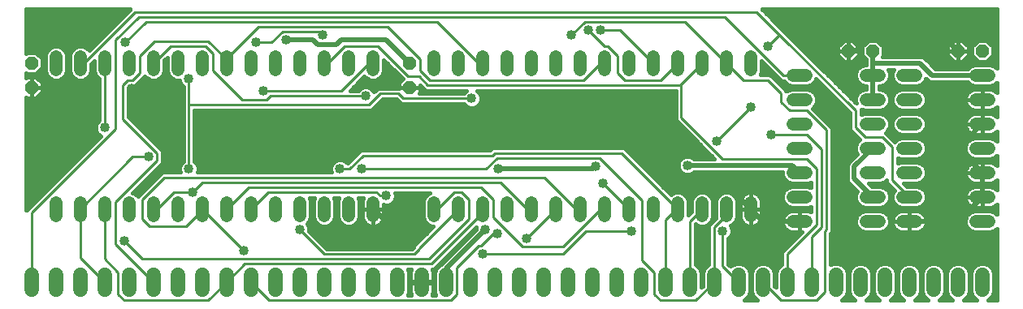
<source format=gbl>
G75*
%MOIN*%
%OFA0B0*%
%FSLAX24Y24*%
%IPPOS*%
%LPD*%
%AMOC8*
5,1,8,0,0,1.08239X$1,22.5*
%
%ADD10C,0.0520*%
%ADD11C,0.0600*%
%ADD12OC8,0.0520*%
%ADD13C,0.0200*%
%ADD14C,0.0400*%
%ADD15C,0.0160*%
%ADD16C,0.0100*%
D10*
X001680Y003920D02*
X001680Y004440D01*
X002680Y004440D02*
X002680Y003920D01*
X003680Y003920D02*
X003680Y004440D01*
X004680Y004440D02*
X004680Y003920D01*
X005680Y003920D02*
X005680Y004440D01*
X006680Y004440D02*
X006680Y003920D01*
X007680Y003920D02*
X007680Y004440D01*
X008680Y004440D02*
X008680Y003920D01*
X009680Y003920D02*
X009680Y004440D01*
X010680Y004440D02*
X010680Y003920D01*
X011680Y003920D02*
X011680Y004440D01*
X012680Y004440D02*
X012680Y003920D01*
X013680Y003920D02*
X013680Y004440D01*
X014680Y004440D02*
X014680Y003920D01*
X017180Y003920D02*
X017180Y004440D01*
X018180Y004440D02*
X018180Y003920D01*
X019180Y003920D02*
X019180Y004440D01*
X020180Y004440D02*
X020180Y003920D01*
X021180Y003920D02*
X021180Y004440D01*
X022180Y004440D02*
X022180Y003920D01*
X023180Y003920D02*
X023180Y004440D01*
X024180Y004440D02*
X024180Y003920D01*
X025180Y003920D02*
X025180Y004440D01*
X026180Y004440D02*
X026180Y003920D01*
X027180Y003920D02*
X027180Y004440D01*
X028180Y004440D02*
X028180Y003920D01*
X029180Y003920D02*
X029180Y004440D01*
X030180Y004440D02*
X030180Y003920D01*
X031920Y003680D02*
X032440Y003680D01*
X034920Y003680D02*
X035440Y003680D01*
X036420Y003680D02*
X036940Y003680D01*
X039420Y003680D02*
X039940Y003680D01*
X039940Y004680D02*
X039420Y004680D01*
X036940Y004680D02*
X036420Y004680D01*
X035440Y004680D02*
X034920Y004680D01*
X032440Y004680D02*
X031920Y004680D01*
X031920Y005680D02*
X032440Y005680D01*
X034920Y005680D02*
X035440Y005680D01*
X036420Y005680D02*
X036940Y005680D01*
X039420Y005680D02*
X039940Y005680D01*
X039940Y006680D02*
X039420Y006680D01*
X036940Y006680D02*
X036420Y006680D01*
X035440Y006680D02*
X034920Y006680D01*
X032440Y006680D02*
X031920Y006680D01*
X031920Y007680D02*
X032440Y007680D01*
X034920Y007680D02*
X035440Y007680D01*
X036420Y007680D02*
X036940Y007680D01*
X039420Y007680D02*
X039940Y007680D01*
X039940Y008680D02*
X039420Y008680D01*
X036940Y008680D02*
X036420Y008680D01*
X035440Y008680D02*
X034920Y008680D01*
X032440Y008680D02*
X031920Y008680D01*
X031920Y009680D02*
X032440Y009680D01*
X030180Y009920D02*
X030180Y010440D01*
X029180Y010440D02*
X029180Y009920D01*
X028180Y009920D02*
X028180Y010440D01*
X027180Y010440D02*
X027180Y009920D01*
X026180Y009920D02*
X026180Y010440D01*
X025180Y010440D02*
X025180Y009920D01*
X024180Y009920D02*
X024180Y010440D01*
X023180Y010440D02*
X023180Y009920D01*
X022180Y009920D02*
X022180Y010440D01*
X021180Y010440D02*
X021180Y009920D01*
X020180Y009920D02*
X020180Y010440D01*
X019180Y010440D02*
X019180Y009920D01*
X018180Y009920D02*
X018180Y010440D01*
X017180Y010440D02*
X017180Y009920D01*
X014680Y009920D02*
X014680Y010440D01*
X013680Y010440D02*
X013680Y009920D01*
X012680Y009920D02*
X012680Y010440D01*
X011680Y010440D02*
X011680Y009920D01*
X010680Y009920D02*
X010680Y010440D01*
X009680Y010440D02*
X009680Y009920D01*
X008680Y009920D02*
X008680Y010440D01*
X007680Y010440D02*
X007680Y009920D01*
X006680Y009920D02*
X006680Y010440D01*
X005680Y010440D02*
X005680Y009920D01*
X004680Y009920D02*
X004680Y010440D01*
X003680Y010440D02*
X003680Y009920D01*
X002680Y009920D02*
X002680Y010440D01*
X001680Y010440D02*
X001680Y009920D01*
X034920Y009680D02*
X035440Y009680D01*
X036420Y009680D02*
X036940Y009680D01*
X039420Y009680D02*
X039940Y009680D01*
D11*
X000680Y001480D02*
X000680Y000880D01*
X001680Y000880D02*
X001680Y001480D01*
X002680Y001480D02*
X002680Y000880D01*
X003680Y000880D02*
X003680Y001480D01*
X004680Y001480D02*
X004680Y000880D01*
X005680Y000880D02*
X005680Y001480D01*
X006680Y001480D02*
X006680Y000880D01*
X007680Y000880D02*
X007680Y001480D01*
X008680Y001480D02*
X008680Y000880D01*
X009680Y000880D02*
X009680Y001480D01*
X010680Y001480D02*
X010680Y000880D01*
X011680Y000880D02*
X011680Y001480D01*
X012680Y001480D02*
X012680Y000880D01*
X013680Y000880D02*
X013680Y001480D01*
X014680Y001480D02*
X014680Y000880D01*
X015680Y000880D02*
X015680Y001480D01*
X016680Y001480D02*
X016680Y000880D01*
X017680Y000880D02*
X017680Y001480D01*
X018680Y001480D02*
X018680Y000880D01*
X019680Y000880D02*
X019680Y001480D01*
X020680Y001480D02*
X020680Y000880D01*
X021680Y000880D02*
X021680Y001480D01*
X022680Y001480D02*
X022680Y000880D01*
X023680Y000880D02*
X023680Y001480D01*
X024680Y001480D02*
X024680Y000880D01*
X025680Y000880D02*
X025680Y001480D01*
X026680Y001480D02*
X026680Y000880D01*
X027680Y000880D02*
X027680Y001480D01*
X028680Y001480D02*
X028680Y000880D01*
X029680Y000880D02*
X029680Y001480D01*
X030680Y001480D02*
X030680Y000880D01*
X031680Y000880D02*
X031680Y001480D01*
X032680Y001480D02*
X032680Y000880D01*
X033680Y000880D02*
X033680Y001480D01*
X034680Y001480D02*
X034680Y000880D01*
X035680Y000880D02*
X035680Y001480D01*
X036680Y001480D02*
X036680Y000880D01*
X037680Y000880D02*
X037680Y001480D01*
X038680Y001480D02*
X038680Y000880D01*
X039680Y000880D02*
X039680Y001480D01*
D12*
X016180Y009180D03*
X016180Y010180D03*
X000680Y010180D03*
X000680Y009180D03*
X034180Y010680D03*
X035180Y010680D03*
X038680Y010680D03*
X039680Y010680D03*
D13*
X038680Y010680D02*
X038180Y011180D01*
X034980Y011180D01*
X034480Y010680D01*
X034180Y010680D01*
X035180Y010680D02*
X035180Y010180D01*
X037130Y010180D01*
X037630Y009680D01*
X039680Y009680D01*
X035180Y009680D02*
X035180Y008680D01*
X035180Y009680D02*
X035180Y010180D01*
X038930Y006930D02*
X039680Y007680D01*
X038930Y006930D02*
X038930Y006430D01*
X039680Y005680D01*
X039680Y004680D01*
X038680Y003680D01*
X036680Y003680D01*
X035180Y004680D02*
X034430Y005430D01*
X034430Y005930D01*
X035180Y006680D01*
X032180Y005680D02*
X031880Y005980D01*
X027580Y005980D01*
X028780Y005580D02*
X026180Y005580D01*
X024430Y007330D01*
X015630Y007330D01*
X015580Y007380D01*
X014930Y006730D01*
X015580Y007380D02*
X015580Y008580D01*
X016180Y010180D02*
X015230Y011130D01*
X013380Y011130D01*
X013180Y010930D01*
X012430Y010930D01*
X012230Y011130D01*
X011130Y011130D01*
X006780Y009130D02*
X004780Y009130D01*
X019830Y005830D02*
X023730Y005830D01*
X023830Y005930D01*
X028780Y005580D02*
X030180Y004180D01*
X030680Y003680D01*
X032180Y003680D01*
X019280Y003330D02*
X017680Y001730D01*
X017680Y001180D01*
X016230Y002680D02*
X014730Y004180D01*
X014680Y004180D01*
D14*
X015230Y004730D03*
X014230Y005830D03*
X013330Y005830D03*
X014930Y006730D03*
X019830Y005830D03*
X023830Y005930D03*
X024130Y005230D03*
X027580Y005980D03*
X028780Y006980D03*
X031030Y007230D03*
X030180Y008380D03*
X030880Y010880D03*
X024030Y011530D03*
X023530Y011530D03*
X022830Y011330D03*
X014380Y008830D03*
X015580Y008580D03*
X018730Y008730D03*
X011130Y011130D03*
X009880Y011030D03*
X012630Y011330D03*
X007130Y009530D03*
X006780Y009130D03*
X004780Y009130D03*
X003680Y007530D03*
X005480Y006330D03*
X007130Y005830D03*
X007280Y004880D03*
X011680Y003330D03*
X009380Y002480D03*
X004480Y002880D03*
X016230Y002680D03*
X019180Y002330D03*
X020980Y002980D03*
X019780Y003180D03*
X019280Y003330D03*
X025280Y003280D03*
X029030Y003280D03*
X010180Y009030D03*
X004530Y011030D03*
D15*
X003758Y011434D02*
X000460Y011434D01*
X000460Y011275D02*
X003600Y011275D01*
X003441Y011117D02*
X000460Y011117D01*
X000460Y010958D02*
X003283Y010958D01*
X003033Y010709D02*
X002929Y010813D01*
X002768Y010880D01*
X002592Y010880D01*
X002431Y010813D01*
X002307Y010689D01*
X002240Y010528D01*
X002240Y009832D01*
X002307Y009671D01*
X002431Y009547D01*
X002592Y009480D01*
X002768Y009480D01*
X002929Y009547D01*
X003053Y009671D01*
X003120Y009832D01*
X003120Y010145D01*
X003240Y010265D01*
X003240Y009832D01*
X003307Y009671D01*
X003431Y009547D01*
X003450Y009539D01*
X003450Y007837D01*
X003358Y007745D01*
X003300Y007606D01*
X003300Y007454D01*
X003358Y007315D01*
X003465Y007208D01*
X003513Y007188D01*
X000585Y004260D01*
X000460Y004135D01*
X000460Y008778D01*
X000498Y008740D01*
X000680Y008740D01*
X000862Y008740D01*
X001120Y008998D01*
X001120Y009180D01*
X001120Y009362D01*
X000862Y009620D01*
X000680Y009620D01*
X000680Y009180D01*
X000680Y009180D01*
X001120Y009180D01*
X000680Y009180D01*
X000680Y009180D01*
X000680Y009620D01*
X000498Y009620D01*
X000460Y009582D01*
X000460Y009778D01*
X000498Y009740D01*
X000862Y009740D01*
X001120Y009998D01*
X001120Y010362D01*
X000862Y010620D01*
X000498Y010620D01*
X000460Y010582D01*
X000460Y012396D01*
X004721Y012396D01*
X004700Y012375D01*
X003033Y010709D01*
X002943Y010800D02*
X003124Y010800D01*
X002417Y010800D02*
X001943Y010800D01*
X001929Y010813D02*
X001768Y010880D01*
X001592Y010880D01*
X001431Y010813D01*
X001307Y010689D01*
X001240Y010528D01*
X001240Y009832D01*
X001307Y009671D01*
X001431Y009547D01*
X001592Y009480D01*
X001768Y009480D01*
X001929Y009547D01*
X002053Y009671D01*
X002120Y009832D01*
X002120Y010528D01*
X002053Y010689D01*
X001929Y010813D01*
X001417Y010800D02*
X000460Y010800D01*
X000460Y010641D02*
X001287Y010641D01*
X001240Y010483D02*
X001000Y010483D01*
X001120Y010324D02*
X001240Y010324D01*
X001240Y010166D02*
X001120Y010166D01*
X001120Y010007D02*
X001240Y010007D01*
X001240Y009849D02*
X000971Y009849D01*
X001299Y009690D02*
X000460Y009690D01*
X000680Y009532D02*
X000680Y009532D01*
X000951Y009532D02*
X001468Y009532D01*
X001892Y009532D02*
X002468Y009532D01*
X002299Y009690D02*
X002061Y009690D01*
X002120Y009849D02*
X002240Y009849D01*
X002240Y010007D02*
X002120Y010007D01*
X002120Y010166D02*
X002240Y010166D01*
X002240Y010324D02*
X002120Y010324D01*
X002120Y010483D02*
X002240Y010483D01*
X002287Y010641D02*
X002073Y010641D01*
X003141Y010166D02*
X003240Y010166D01*
X003240Y010007D02*
X003120Y010007D01*
X003120Y009849D02*
X003240Y009849D01*
X003299Y009690D02*
X003061Y009690D01*
X002892Y009532D02*
X003450Y009532D01*
X003450Y009373D02*
X001109Y009373D01*
X001120Y009215D02*
X003450Y009215D01*
X003450Y009056D02*
X001120Y009056D01*
X001020Y008898D02*
X003450Y008898D01*
X003450Y008739D02*
X000460Y008739D01*
X000460Y008581D02*
X003450Y008581D01*
X003450Y008422D02*
X000460Y008422D01*
X000460Y008264D02*
X003450Y008264D01*
X003450Y008105D02*
X000460Y008105D01*
X000460Y007947D02*
X003450Y007947D01*
X003401Y007788D02*
X000460Y007788D01*
X000460Y007630D02*
X003310Y007630D01*
X003300Y007471D02*
X000460Y007471D01*
X000460Y007313D02*
X003360Y007313D01*
X003479Y007154D02*
X000460Y007154D01*
X000460Y006996D02*
X003320Y006996D01*
X003162Y006837D02*
X000460Y006837D01*
X000460Y006679D02*
X003003Y006679D01*
X002845Y006520D02*
X000460Y006520D01*
X000460Y006362D02*
X002686Y006362D01*
X002528Y006203D02*
X000460Y006203D01*
X000460Y006045D02*
X002369Y006045D01*
X002211Y005886D02*
X000460Y005886D01*
X000460Y005728D02*
X002052Y005728D01*
X001894Y005569D02*
X000460Y005569D01*
X000460Y005411D02*
X001735Y005411D01*
X001577Y005252D02*
X000460Y005252D01*
X000460Y005094D02*
X001418Y005094D01*
X001260Y004935D02*
X000460Y004935D01*
X000460Y004777D02*
X001101Y004777D01*
X000943Y004618D02*
X000460Y004618D01*
X000460Y004460D02*
X000784Y004460D01*
X000626Y004301D02*
X000460Y004301D01*
X000460Y004143D02*
X000467Y004143D01*
X004830Y004854D02*
X006060Y006085D01*
X006060Y006575D01*
X005925Y006710D01*
X004660Y007975D01*
X004660Y009185D01*
X004725Y009250D01*
X004925Y009250D01*
X005060Y009385D01*
X005327Y009651D01*
X005431Y009547D01*
X005592Y009480D01*
X005768Y009480D01*
X005929Y009547D01*
X006053Y009671D01*
X006120Y009832D01*
X006120Y010295D01*
X006240Y010415D01*
X006240Y009832D01*
X006307Y009671D01*
X006431Y009547D01*
X006592Y009480D01*
X006750Y009480D01*
X006750Y009454D01*
X006808Y009315D01*
X006900Y009223D01*
X006900Y006137D01*
X006808Y006045D01*
X006750Y005906D01*
X006750Y005754D01*
X006768Y005710D01*
X006035Y005710D01*
X005135Y004810D01*
X005033Y004709D01*
X004929Y004813D01*
X004830Y004854D01*
X004910Y004935D02*
X005260Y004935D01*
X005418Y005094D02*
X005069Y005094D01*
X005227Y005252D02*
X005577Y005252D01*
X005735Y005411D02*
X005386Y005411D01*
X005544Y005569D02*
X005894Y005569D01*
X005703Y005728D02*
X006761Y005728D01*
X006750Y005886D02*
X005861Y005886D01*
X006020Y006045D02*
X006808Y006045D01*
X006900Y006203D02*
X006060Y006203D01*
X006060Y006362D02*
X006900Y006362D01*
X006900Y006520D02*
X006060Y006520D01*
X005957Y006679D02*
X006900Y006679D01*
X006900Y006837D02*
X005798Y006837D01*
X005640Y006996D02*
X006900Y006996D01*
X006900Y007154D02*
X005481Y007154D01*
X005323Y007313D02*
X006900Y007313D01*
X006900Y007471D02*
X005164Y007471D01*
X005006Y007630D02*
X006900Y007630D01*
X006900Y007788D02*
X004847Y007788D01*
X004689Y007947D02*
X006900Y007947D01*
X006900Y008105D02*
X004660Y008105D01*
X004660Y008264D02*
X006900Y008264D01*
X006900Y008422D02*
X004660Y008422D01*
X004660Y008581D02*
X006900Y008581D01*
X006900Y008739D02*
X004660Y008739D01*
X004660Y008898D02*
X006900Y008898D01*
X006900Y009056D02*
X004660Y009056D01*
X004690Y009215D02*
X006900Y009215D01*
X006784Y009373D02*
X005048Y009373D01*
X005207Y009532D02*
X005468Y009532D01*
X005892Y009532D02*
X006468Y009532D01*
X006299Y009690D02*
X006061Y009690D01*
X006120Y009849D02*
X006240Y009849D01*
X006240Y010007D02*
X006120Y010007D01*
X006120Y010166D02*
X006240Y010166D01*
X006240Y010324D02*
X006149Y010324D01*
X003917Y011592D02*
X000460Y011592D01*
X000460Y011751D02*
X004075Y011751D01*
X004234Y011909D02*
X000460Y011909D01*
X000460Y012068D02*
X004392Y012068D01*
X004551Y012226D02*
X000460Y012226D01*
X000460Y012385D02*
X004709Y012385D01*
X014207Y009532D02*
X014468Y009532D01*
X014431Y009547D02*
X014592Y009480D01*
X014768Y009480D01*
X014929Y009547D01*
X015053Y009671D01*
X015120Y009832D01*
X015120Y010315D01*
X015900Y009535D01*
X015906Y009528D01*
X015740Y009362D01*
X015740Y009180D01*
X016180Y009180D01*
X016620Y009180D01*
X016620Y009265D01*
X016700Y009185D01*
X016835Y009050D01*
X018513Y009050D01*
X018423Y008960D01*
X016582Y008960D01*
X016620Y008998D01*
X016620Y009180D01*
X016180Y009180D01*
X016180Y009180D01*
X016180Y009180D01*
X015740Y009180D01*
X015740Y009160D01*
X014885Y009160D01*
X014722Y008997D01*
X014702Y009045D01*
X014595Y009152D01*
X014456Y009210D01*
X014304Y009210D01*
X014165Y009152D01*
X014073Y009060D01*
X013735Y009060D01*
X014327Y009651D01*
X014431Y009547D01*
X014892Y009532D02*
X015903Y009532D01*
X015745Y009690D02*
X015061Y009690D01*
X015120Y009849D02*
X015586Y009849D01*
X015428Y010007D02*
X015120Y010007D01*
X015120Y010166D02*
X015269Y010166D01*
X015751Y009373D02*
X014048Y009373D01*
X013890Y009215D02*
X015740Y009215D01*
X016620Y009215D02*
X016670Y009215D01*
X016620Y009056D02*
X016829Y009056D01*
X015835Y008500D02*
X015635Y008700D01*
X015075Y008700D01*
X014760Y008385D01*
X014625Y008250D01*
X007360Y008250D01*
X007360Y006137D01*
X007452Y006045D01*
X007510Y005906D01*
X007510Y005754D01*
X007492Y005710D01*
X012968Y005710D01*
X012950Y005754D01*
X012950Y005906D01*
X013008Y006045D01*
X013115Y006152D01*
X013254Y006210D01*
X013406Y006210D01*
X013545Y006152D01*
X013636Y006061D01*
X014050Y006475D01*
X014050Y006475D01*
X014185Y006610D01*
X019485Y006610D01*
X019585Y006710D01*
X024975Y006710D01*
X026902Y004784D01*
X026931Y004813D01*
X027092Y004880D01*
X027268Y004880D01*
X027429Y004813D01*
X027553Y004689D01*
X027620Y004528D01*
X027620Y003945D01*
X027740Y004065D01*
X027740Y004528D01*
X027807Y004689D01*
X027931Y004813D01*
X028092Y004880D01*
X028268Y004880D01*
X028429Y004813D01*
X028553Y004689D01*
X028620Y004528D01*
X028620Y003832D01*
X028553Y003671D01*
X028429Y003547D01*
X028268Y003480D01*
X028092Y003480D01*
X027931Y003547D01*
X027910Y003568D01*
X027910Y001904D01*
X027952Y001887D01*
X028087Y001752D01*
X028160Y001575D01*
X028160Y000985D01*
X028200Y001025D01*
X028200Y001575D01*
X028273Y001752D01*
X028408Y001887D01*
X028450Y001904D01*
X028450Y003525D01*
X028585Y003660D01*
X028745Y003820D01*
X028740Y003832D01*
X028740Y004528D01*
X028807Y004689D01*
X028931Y004813D01*
X029092Y004880D01*
X029268Y004880D01*
X029429Y004813D01*
X029553Y004689D01*
X029620Y004528D01*
X029620Y003832D01*
X029553Y003671D01*
X029429Y003547D01*
X029338Y003509D01*
X029352Y003495D01*
X029410Y003356D01*
X029410Y003204D01*
X029352Y003065D01*
X029260Y002973D01*
X029260Y001925D01*
X029353Y001832D01*
X029408Y001887D01*
X029585Y001960D01*
X029775Y001960D01*
X029952Y001887D01*
X030087Y001752D01*
X030160Y001575D01*
X030160Y000785D01*
X030087Y000608D01*
X029952Y000473D01*
X029920Y000460D01*
X030440Y000460D01*
X030408Y000473D01*
X030273Y000608D01*
X030200Y000785D01*
X030200Y001575D01*
X030273Y001752D01*
X030408Y001887D01*
X030585Y001960D01*
X030775Y001960D01*
X030952Y001887D01*
X031087Y001752D01*
X031160Y001575D01*
X031160Y001025D01*
X031200Y000985D01*
X031200Y001575D01*
X031273Y001752D01*
X031408Y001887D01*
X031450Y001904D01*
X031450Y002425D01*
X032265Y003240D01*
X032180Y003240D01*
X032180Y003680D01*
X032180Y003680D01*
X032180Y004120D01*
X032475Y004120D01*
X032543Y004109D01*
X032609Y004088D01*
X032650Y004067D01*
X032650Y004291D01*
X032528Y004240D01*
X031832Y004240D01*
X031671Y004307D01*
X031547Y004431D01*
X031480Y004592D01*
X031480Y004768D01*
X031547Y004929D01*
X031671Y005053D01*
X031832Y005120D01*
X032528Y005120D01*
X032650Y005069D01*
X032650Y005291D01*
X032528Y005240D01*
X031832Y005240D01*
X031671Y005307D01*
X031547Y005431D01*
X031480Y005592D01*
X031480Y005700D01*
X027837Y005700D01*
X027795Y005658D01*
X027656Y005600D01*
X027504Y005600D01*
X027365Y005658D01*
X027258Y005765D01*
X027200Y005904D01*
X027200Y006056D01*
X027258Y006195D01*
X027365Y006302D01*
X027504Y006360D01*
X027656Y006360D01*
X027795Y006302D01*
X027837Y006260D01*
X028675Y006260D01*
X027235Y007700D01*
X027100Y007835D01*
X027100Y009050D01*
X018947Y009050D01*
X019052Y008945D01*
X019110Y008806D01*
X019110Y008654D01*
X019052Y008515D01*
X018945Y008408D01*
X018806Y008350D01*
X018654Y008350D01*
X018515Y008408D01*
X018423Y008500D01*
X015835Y008500D01*
X015754Y008581D02*
X014956Y008581D01*
X014797Y008422D02*
X018501Y008422D01*
X018959Y008422D02*
X027100Y008422D01*
X027100Y008264D02*
X014639Y008264D01*
X014691Y009056D02*
X014781Y009056D01*
X019072Y008898D02*
X027100Y008898D01*
X027100Y008739D02*
X019110Y008739D01*
X019079Y008581D02*
X027100Y008581D01*
X027100Y008105D02*
X007360Y008105D01*
X007360Y007947D02*
X027100Y007947D01*
X027147Y007788D02*
X007360Y007788D01*
X007360Y007630D02*
X027305Y007630D01*
X027464Y007471D02*
X007360Y007471D01*
X007360Y007313D02*
X027622Y007313D01*
X027781Y007154D02*
X007360Y007154D01*
X007360Y006996D02*
X027939Y006996D01*
X028098Y006837D02*
X007360Y006837D01*
X007360Y006679D02*
X019553Y006679D01*
X014095Y006520D02*
X007360Y006520D01*
X007360Y006362D02*
X013936Y006362D01*
X013778Y006203D02*
X013422Y006203D01*
X013238Y006203D02*
X007360Y006203D01*
X007452Y006045D02*
X013008Y006045D01*
X012950Y005886D02*
X007510Y005886D01*
X007499Y005728D02*
X012961Y005728D01*
X015592Y004850D02*
X017020Y004850D01*
X016931Y004813D01*
X016807Y004689D01*
X016740Y004528D01*
X016740Y003832D01*
X016807Y003671D01*
X016931Y003547D01*
X017092Y003480D01*
X017155Y003480D01*
X016485Y002810D01*
X016350Y002675D01*
X016350Y002625D01*
X016285Y002560D01*
X012775Y002560D01*
X012060Y003275D01*
X012060Y003406D01*
X012002Y003545D01*
X011965Y003583D01*
X012053Y003671D01*
X012120Y003832D01*
X012120Y004528D01*
X012069Y004650D01*
X012291Y004650D01*
X012240Y004528D01*
X012240Y003832D01*
X012307Y003671D01*
X012431Y003547D01*
X012592Y003480D01*
X012768Y003480D01*
X012929Y003547D01*
X013053Y003671D01*
X013120Y003832D01*
X013120Y004528D01*
X013069Y004650D01*
X013291Y004650D01*
X013240Y004528D01*
X013240Y003832D01*
X013307Y003671D01*
X013431Y003547D01*
X013592Y003480D01*
X013768Y003480D01*
X013929Y003547D01*
X014053Y003671D01*
X014120Y003832D01*
X014120Y004528D01*
X014069Y004650D01*
X014293Y004650D01*
X014272Y004609D01*
X014251Y004543D01*
X014240Y004475D01*
X014240Y004180D01*
X014680Y004180D01*
X015120Y004180D01*
X015120Y004364D01*
X015154Y004350D01*
X015306Y004350D01*
X015445Y004408D01*
X015552Y004515D01*
X015610Y004654D01*
X015610Y004806D01*
X015592Y004850D01*
X015610Y004777D02*
X016894Y004777D01*
X016777Y004618D02*
X015595Y004618D01*
X015497Y004460D02*
X016740Y004460D01*
X016740Y004301D02*
X015120Y004301D01*
X015120Y004180D02*
X014680Y004180D01*
X014680Y004180D01*
X014680Y003480D01*
X014715Y003480D01*
X014783Y003491D01*
X014849Y003512D01*
X014911Y003544D01*
X014967Y003584D01*
X015016Y003633D01*
X015056Y003689D01*
X015088Y003751D01*
X015109Y003817D01*
X015120Y003885D01*
X015120Y004180D01*
X015120Y004143D02*
X016740Y004143D01*
X016740Y003984D02*
X015120Y003984D01*
X015111Y003826D02*
X016743Y003826D01*
X016811Y003667D02*
X015040Y003667D01*
X014837Y003509D02*
X017024Y003509D01*
X017025Y003350D02*
X012060Y003350D01*
X012017Y003509D02*
X012524Y003509D01*
X012311Y003667D02*
X012049Y003667D01*
X012117Y003826D02*
X012243Y003826D01*
X012240Y003984D02*
X012120Y003984D01*
X012120Y004143D02*
X012240Y004143D01*
X012240Y004301D02*
X012120Y004301D01*
X012120Y004460D02*
X012240Y004460D01*
X012277Y004618D02*
X012083Y004618D01*
X013083Y004618D02*
X013277Y004618D01*
X013240Y004460D02*
X013120Y004460D01*
X013120Y004301D02*
X013240Y004301D01*
X013240Y004143D02*
X013120Y004143D01*
X013120Y003984D02*
X013240Y003984D01*
X013243Y003826D02*
X013117Y003826D01*
X013049Y003667D02*
X013311Y003667D01*
X013524Y003509D02*
X012836Y003509D01*
X013836Y003509D02*
X014523Y003509D01*
X014511Y003512D02*
X014577Y003491D01*
X014645Y003480D01*
X014680Y003480D01*
X014680Y004180D01*
X014680Y004180D01*
X014680Y004180D01*
X014240Y004180D01*
X014240Y003885D01*
X014251Y003817D01*
X014272Y003751D01*
X014304Y003689D01*
X014344Y003633D01*
X014393Y003584D01*
X014449Y003544D01*
X014511Y003512D01*
X014680Y003509D02*
X014680Y003509D01*
X014680Y003667D02*
X014680Y003667D01*
X014680Y003826D02*
X014680Y003826D01*
X014680Y003984D02*
X014680Y003984D01*
X014240Y003984D02*
X014120Y003984D01*
X014117Y003826D02*
X014249Y003826D01*
X014320Y003667D02*
X014049Y003667D01*
X014120Y004143D02*
X014240Y004143D01*
X014240Y004301D02*
X014120Y004301D01*
X014120Y004460D02*
X014240Y004460D01*
X014277Y004618D02*
X014083Y004618D01*
X014680Y004143D02*
X014680Y004143D01*
X016866Y003192D02*
X012144Y003192D01*
X012302Y003033D02*
X016708Y003033D01*
X016549Y002875D02*
X012461Y002875D01*
X012619Y002716D02*
X016391Y002716D01*
X017874Y002399D02*
X017953Y002399D01*
X018033Y002558D02*
X018112Y002558D01*
X018191Y002716D02*
X018270Y002716D01*
X018350Y002875D02*
X018429Y002875D01*
X018508Y003033D02*
X018587Y003033D01*
X018667Y003192D02*
X018746Y003192D01*
X018825Y003350D02*
X018900Y003350D01*
X018900Y003346D02*
X017464Y001910D01*
X017408Y001887D01*
X017273Y001752D01*
X017200Y001575D01*
X017200Y000785D01*
X017252Y000660D01*
X017107Y000660D01*
X017125Y000696D01*
X017148Y000768D01*
X017160Y000842D01*
X017160Y001160D01*
X016700Y001160D01*
X016700Y001200D01*
X017160Y001200D01*
X017160Y001518D01*
X017148Y001592D01*
X017125Y001664D01*
X017107Y001700D01*
X017175Y001700D01*
X017310Y001835D01*
X018914Y003438D01*
X018900Y003406D01*
X018900Y003346D01*
X017795Y002241D02*
X017716Y002241D01*
X017636Y002082D02*
X017557Y002082D01*
X017478Y001924D02*
X017399Y001924D01*
X017286Y001765D02*
X017240Y001765D01*
X017213Y001607D02*
X017144Y001607D01*
X017160Y001448D02*
X017200Y001448D01*
X017200Y001290D02*
X017160Y001290D01*
X016660Y001200D02*
X016660Y001160D01*
X016200Y001160D01*
X016200Y000842D01*
X016212Y000768D01*
X016235Y000696D01*
X016253Y000660D01*
X016108Y000660D01*
X016160Y000785D01*
X016160Y001575D01*
X016108Y001700D01*
X016253Y001700D01*
X016235Y001664D01*
X016212Y001592D01*
X016200Y001518D01*
X016200Y001200D01*
X016660Y001200D01*
X016200Y001131D02*
X016160Y001131D01*
X016160Y000973D02*
X016200Y000973D01*
X016204Y000814D02*
X016160Y000814D01*
X017156Y000814D02*
X017200Y000814D01*
X017200Y000973D02*
X017160Y000973D01*
X017160Y001131D02*
X017200Y001131D01*
X016200Y001290D02*
X016160Y001290D01*
X016160Y001448D02*
X016200Y001448D01*
X016216Y001607D02*
X016147Y001607D01*
X026750Y004935D02*
X031553Y004935D01*
X031484Y004777D02*
X030465Y004777D01*
X030467Y004776D02*
X030411Y004816D01*
X030349Y004848D01*
X030283Y004869D01*
X030215Y004880D01*
X030180Y004880D01*
X030180Y004180D01*
X030620Y004180D01*
X030620Y004475D01*
X030609Y004543D01*
X030588Y004609D01*
X030556Y004671D01*
X030516Y004727D01*
X030467Y004776D01*
X030180Y004777D02*
X030180Y004777D01*
X030180Y004880D02*
X030145Y004880D01*
X030077Y004869D01*
X030011Y004848D01*
X029949Y004816D01*
X029893Y004776D01*
X029844Y004727D01*
X029804Y004671D01*
X029772Y004609D01*
X029751Y004543D01*
X029740Y004475D01*
X029740Y004180D01*
X030180Y004180D01*
X030180Y004180D01*
X030180Y004180D01*
X030620Y004180D01*
X030620Y003885D01*
X030609Y003817D01*
X030588Y003751D01*
X030556Y003689D01*
X030516Y003633D01*
X030467Y003584D01*
X030411Y003544D01*
X030349Y003512D01*
X030283Y003491D01*
X030215Y003480D01*
X030180Y003480D01*
X030180Y004180D01*
X030180Y004180D01*
X030180Y004180D01*
X030180Y004880D01*
X029895Y004777D02*
X029466Y004777D01*
X029583Y004618D02*
X029777Y004618D01*
X029740Y004460D02*
X029620Y004460D01*
X029620Y004301D02*
X029740Y004301D01*
X029740Y004180D02*
X029740Y003885D01*
X029751Y003817D01*
X029772Y003751D01*
X029804Y003689D01*
X029844Y003633D01*
X029893Y003584D01*
X029949Y003544D01*
X030011Y003512D01*
X030077Y003491D01*
X030145Y003480D01*
X030180Y003480D01*
X030180Y004180D01*
X029740Y004180D01*
X029740Y004143D02*
X029620Y004143D01*
X030180Y004143D02*
X030180Y004143D01*
X030180Y004301D02*
X030180Y004301D01*
X030180Y004460D02*
X030180Y004460D01*
X030180Y004618D02*
X030180Y004618D01*
X030583Y004618D02*
X031480Y004618D01*
X031535Y004460D02*
X030620Y004460D01*
X030620Y004301D02*
X031685Y004301D01*
X031817Y004109D02*
X031885Y004120D01*
X032180Y004120D01*
X032180Y003680D01*
X032180Y003680D01*
X032180Y003680D01*
X031480Y003680D01*
X031480Y003715D01*
X031491Y003783D01*
X031512Y003849D01*
X031544Y003911D01*
X031584Y003967D01*
X031633Y004016D01*
X031689Y004056D01*
X031751Y004088D01*
X031817Y004109D01*
X031602Y003984D02*
X030620Y003984D01*
X030611Y003826D02*
X031505Y003826D01*
X031480Y003680D02*
X031480Y003645D01*
X031491Y003577D01*
X031512Y003511D01*
X031544Y003449D01*
X031584Y003393D01*
X031633Y003344D01*
X031689Y003304D01*
X031751Y003272D01*
X031817Y003251D01*
X031885Y003240D01*
X032180Y003240D01*
X032180Y003680D01*
X031480Y003680D01*
X031480Y003667D02*
X030540Y003667D01*
X030337Y003509D02*
X031514Y003509D01*
X031628Y003350D02*
X029410Y003350D01*
X029339Y003509D02*
X030023Y003509D01*
X030180Y003509D02*
X030180Y003509D01*
X030180Y003667D02*
X030180Y003667D01*
X030180Y003826D02*
X030180Y003826D01*
X030180Y003984D02*
X030180Y003984D01*
X029740Y003984D02*
X029620Y003984D01*
X029617Y003826D02*
X029749Y003826D01*
X029820Y003667D02*
X029549Y003667D01*
X028743Y003826D02*
X028617Y003826D01*
X028620Y003984D02*
X028740Y003984D01*
X028740Y004143D02*
X028620Y004143D01*
X028620Y004301D02*
X028740Y004301D01*
X028740Y004460D02*
X028620Y004460D01*
X028583Y004618D02*
X028777Y004618D01*
X028894Y004777D02*
X028466Y004777D01*
X027894Y004777D02*
X027466Y004777D01*
X027583Y004618D02*
X027777Y004618D01*
X027740Y004460D02*
X027620Y004460D01*
X027620Y004301D02*
X027740Y004301D01*
X027740Y004143D02*
X027620Y004143D01*
X027620Y003984D02*
X027659Y003984D01*
X028549Y003667D02*
X028592Y003667D01*
X028450Y003509D02*
X028336Y003509D01*
X028450Y003350D02*
X027910Y003350D01*
X027910Y003509D02*
X028024Y003509D01*
X027910Y003192D02*
X028450Y003192D01*
X028450Y003033D02*
X027910Y003033D01*
X027910Y002875D02*
X028450Y002875D01*
X028450Y002716D02*
X027910Y002716D01*
X027910Y002558D02*
X028450Y002558D01*
X028450Y002399D02*
X027910Y002399D01*
X027910Y002241D02*
X028450Y002241D01*
X028450Y002082D02*
X027910Y002082D01*
X027910Y001924D02*
X028450Y001924D01*
X028286Y001765D02*
X028074Y001765D01*
X028147Y001607D02*
X028213Y001607D01*
X028200Y001448D02*
X028160Y001448D01*
X028160Y001290D02*
X028200Y001290D01*
X028200Y001131D02*
X028160Y001131D01*
X029976Y000497D02*
X030384Y000497D01*
X030253Y000656D02*
X030107Y000656D01*
X030160Y000814D02*
X030200Y000814D01*
X030200Y000973D02*
X030160Y000973D01*
X030160Y001131D02*
X030200Y001131D01*
X030200Y001290D02*
X030160Y001290D01*
X030160Y001448D02*
X030200Y001448D01*
X030213Y001607D02*
X030147Y001607D01*
X030074Y001765D02*
X030286Y001765D01*
X030496Y001924D02*
X029864Y001924D01*
X029496Y001924D02*
X029262Y001924D01*
X029260Y002082D02*
X031450Y002082D01*
X031450Y002241D02*
X029260Y002241D01*
X029260Y002399D02*
X031450Y002399D01*
X031582Y002558D02*
X029260Y002558D01*
X029260Y002716D02*
X031741Y002716D01*
X031899Y002875D02*
X029260Y002875D01*
X029320Y003033D02*
X032058Y003033D01*
X032216Y003192D02*
X029405Y003192D01*
X032180Y003350D02*
X032180Y003350D01*
X032180Y003509D02*
X032180Y003509D01*
X032180Y003667D02*
X032180Y003667D01*
X032180Y003826D02*
X032180Y003826D01*
X032180Y003984D02*
X032180Y003984D01*
X032650Y004143D02*
X030620Y004143D01*
X031769Y005094D02*
X026592Y005094D01*
X026433Y005252D02*
X031803Y005252D01*
X031567Y005411D02*
X026275Y005411D01*
X026116Y005569D02*
X031490Y005569D01*
X032557Y005252D02*
X032650Y005252D01*
X032650Y005094D02*
X032591Y005094D01*
X033510Y005094D02*
X034371Y005094D01*
X034271Y005193D02*
X034543Y004921D01*
X034480Y004768D01*
X034480Y004592D01*
X034547Y004431D01*
X034671Y004307D01*
X034832Y004240D01*
X035528Y004240D01*
X035689Y004307D01*
X035813Y004431D01*
X035880Y004592D01*
X035880Y004768D01*
X035813Y004929D01*
X035689Y005053D01*
X035528Y005120D01*
X035136Y005120D01*
X035016Y005240D01*
X035528Y005240D01*
X035689Y005307D01*
X035750Y005368D01*
X035750Y005285D01*
X036076Y004958D01*
X036047Y004929D01*
X035980Y004768D01*
X035980Y004592D01*
X036047Y004431D01*
X036171Y004307D01*
X036332Y004240D01*
X037028Y004240D01*
X037189Y004307D01*
X037313Y004431D01*
X037380Y004592D01*
X037380Y004768D01*
X037313Y004929D01*
X037189Y005053D01*
X037028Y005120D01*
X036565Y005120D01*
X036445Y005240D01*
X037028Y005240D01*
X037189Y005307D01*
X037313Y005431D01*
X037380Y005592D01*
X037380Y005768D01*
X037313Y005929D01*
X037189Y006053D01*
X037028Y006120D01*
X036332Y006120D01*
X036210Y006069D01*
X036210Y006291D01*
X036332Y006240D01*
X037028Y006240D01*
X037189Y006307D01*
X037313Y006431D01*
X037380Y006592D01*
X037380Y006768D01*
X037313Y006929D01*
X037189Y007053D01*
X037028Y007120D01*
X036332Y007120D01*
X036171Y007053D01*
X036077Y006959D01*
X036075Y006960D01*
X035709Y007327D01*
X035813Y007431D01*
X035880Y007592D01*
X035880Y007768D01*
X035813Y007929D01*
X035689Y008053D01*
X035528Y008120D01*
X034832Y008120D01*
X034710Y008069D01*
X034710Y008291D01*
X034832Y008240D01*
X035528Y008240D01*
X035689Y008307D01*
X035813Y008431D01*
X035880Y008592D01*
X035880Y008768D01*
X035813Y008929D01*
X035689Y009053D01*
X035528Y009120D01*
X035460Y009120D01*
X035460Y009240D01*
X035528Y009240D01*
X035689Y009307D01*
X035813Y009431D01*
X035880Y009592D01*
X035880Y009768D01*
X035825Y009900D01*
X036035Y009900D01*
X035980Y009768D01*
X035980Y009592D01*
X036047Y009431D01*
X036171Y009307D01*
X036332Y009240D01*
X037028Y009240D01*
X037189Y009307D01*
X037313Y009431D01*
X037363Y009551D01*
X037471Y009443D01*
X037574Y009400D01*
X039078Y009400D01*
X039171Y009307D01*
X039332Y009240D01*
X040028Y009240D01*
X040189Y009307D01*
X040270Y009388D01*
X040270Y008972D01*
X040227Y009016D01*
X040171Y009056D01*
X040270Y009056D01*
X040171Y009056D02*
X040109Y009088D01*
X040043Y009109D01*
X039975Y009120D01*
X039680Y009120D01*
X039680Y008680D01*
X039680Y008680D01*
X039680Y008240D01*
X039975Y008240D01*
X040043Y008251D01*
X040109Y008272D01*
X040171Y008304D01*
X040227Y008344D01*
X040270Y008388D01*
X040270Y007972D01*
X040227Y008016D01*
X040171Y008056D01*
X040109Y008088D01*
X040043Y008109D01*
X039975Y008120D01*
X039680Y008120D01*
X039680Y007680D01*
X039680Y007680D01*
X039680Y007240D01*
X039975Y007240D01*
X040043Y007251D01*
X040109Y007272D01*
X040171Y007304D01*
X040227Y007344D01*
X040270Y007388D01*
X040270Y006972D01*
X040189Y007053D01*
X040028Y007120D01*
X039332Y007120D01*
X039171Y007053D01*
X039047Y006929D01*
X038980Y006768D01*
X038980Y006592D01*
X039047Y006431D01*
X039171Y006307D01*
X039332Y006240D01*
X040028Y006240D01*
X040189Y006307D01*
X040270Y006388D01*
X040270Y005972D01*
X040227Y006016D01*
X040171Y006056D01*
X040109Y006088D01*
X040043Y006109D01*
X039975Y006120D01*
X039680Y006120D01*
X039680Y005680D01*
X039680Y005680D01*
X039680Y005240D01*
X039975Y005240D01*
X040043Y005251D01*
X040109Y005272D01*
X040171Y005304D01*
X040227Y005344D01*
X040270Y005388D01*
X040270Y004972D01*
X040227Y005016D01*
X040171Y005056D01*
X040109Y005088D01*
X040043Y005109D01*
X039975Y005120D01*
X039680Y005120D01*
X039680Y004680D01*
X039680Y004680D01*
X039680Y004240D01*
X039975Y004240D01*
X040043Y004251D01*
X040109Y004272D01*
X040171Y004304D01*
X040227Y004344D01*
X040270Y004388D01*
X040270Y003972D01*
X040189Y004053D01*
X040028Y004120D01*
X039332Y004120D01*
X039171Y004053D01*
X039047Y003929D01*
X038980Y003768D01*
X038980Y003592D01*
X039047Y003431D01*
X039171Y003307D01*
X039332Y003240D01*
X040028Y003240D01*
X040189Y003307D01*
X040270Y003388D01*
X040270Y000460D01*
X039920Y000460D01*
X039952Y000473D01*
X040087Y000608D01*
X040160Y000785D01*
X040160Y001575D01*
X040087Y001752D01*
X039952Y001887D01*
X039775Y001960D01*
X039585Y001960D01*
X039408Y001887D01*
X039273Y001752D01*
X039200Y001575D01*
X039200Y000785D01*
X039273Y000608D01*
X039408Y000473D01*
X039440Y000460D01*
X038920Y000460D01*
X038952Y000473D01*
X039087Y000608D01*
X039160Y000785D01*
X039160Y001575D01*
X039087Y001752D01*
X038952Y001887D01*
X038775Y001960D01*
X038585Y001960D01*
X038408Y001887D01*
X038273Y001752D01*
X038200Y001575D01*
X038200Y000785D01*
X038273Y000608D01*
X038408Y000473D01*
X038440Y000460D01*
X037920Y000460D01*
X037952Y000473D01*
X038087Y000608D01*
X038160Y000785D01*
X038160Y001575D01*
X038087Y001752D01*
X037952Y001887D01*
X037775Y001960D01*
X037585Y001960D01*
X037408Y001887D01*
X037273Y001752D01*
X037200Y001575D01*
X037200Y000785D01*
X037273Y000608D01*
X037408Y000473D01*
X037440Y000460D01*
X036920Y000460D01*
X036952Y000473D01*
X037087Y000608D01*
X037160Y000785D01*
X037160Y001575D01*
X037087Y001752D01*
X036952Y001887D01*
X036775Y001960D01*
X036585Y001960D01*
X036408Y001887D01*
X036273Y001752D01*
X036200Y001575D01*
X036200Y000785D01*
X036273Y000608D01*
X036408Y000473D01*
X036440Y000460D01*
X035920Y000460D01*
X035952Y000473D01*
X036087Y000608D01*
X036160Y000785D01*
X036160Y001575D01*
X036087Y001752D01*
X035952Y001887D01*
X035775Y001960D01*
X035585Y001960D01*
X035408Y001887D01*
X035273Y001752D01*
X035200Y001575D01*
X035200Y000785D01*
X035273Y000608D01*
X035408Y000473D01*
X035440Y000460D01*
X034920Y000460D01*
X034952Y000473D01*
X035087Y000608D01*
X035160Y000785D01*
X035160Y001575D01*
X035087Y001752D01*
X034952Y001887D01*
X034775Y001960D01*
X034585Y001960D01*
X034408Y001887D01*
X034273Y001752D01*
X034200Y001575D01*
X034200Y000785D01*
X034273Y000608D01*
X034408Y000473D01*
X034440Y000460D01*
X033920Y000460D01*
X033952Y000473D01*
X034087Y000608D01*
X034160Y000785D01*
X034160Y001575D01*
X034087Y001752D01*
X033952Y001887D01*
X033775Y001960D01*
X033585Y001960D01*
X033460Y001908D01*
X033460Y003185D01*
X033510Y003235D01*
X033510Y007525D01*
X032710Y008325D01*
X032709Y008327D01*
X032813Y008431D01*
X032880Y008592D01*
X032880Y008768D01*
X032813Y008929D01*
X032689Y009053D01*
X032528Y009120D01*
X031832Y009120D01*
X031671Y009053D01*
X031652Y009034D01*
X031110Y009575D01*
X030975Y009710D01*
X030569Y009710D01*
X030620Y009832D01*
X030620Y010265D01*
X031435Y009450D01*
X031539Y009450D01*
X031547Y009431D01*
X031671Y009307D01*
X031832Y009240D01*
X032528Y009240D01*
X032689Y009307D01*
X032813Y009431D01*
X032854Y009530D01*
X034250Y008135D01*
X034250Y007435D01*
X034650Y007035D01*
X034651Y007033D01*
X034547Y006929D01*
X034480Y006768D01*
X034480Y006592D01*
X034543Y006439D01*
X034193Y006089D01*
X034150Y005986D01*
X034150Y005374D01*
X034193Y005271D01*
X034271Y005193D01*
X034212Y005252D02*
X033510Y005252D01*
X033510Y005411D02*
X034150Y005411D01*
X034150Y005569D02*
X033510Y005569D01*
X033510Y005728D02*
X034150Y005728D01*
X034150Y005886D02*
X033510Y005886D01*
X033510Y006045D02*
X034174Y006045D01*
X034307Y006203D02*
X033510Y006203D01*
X033510Y006362D02*
X034466Y006362D01*
X034510Y006520D02*
X033510Y006520D01*
X033510Y006679D02*
X034480Y006679D01*
X034509Y006837D02*
X033510Y006837D01*
X033510Y006996D02*
X034613Y006996D01*
X034531Y007154D02*
X033510Y007154D01*
X033510Y007313D02*
X034372Y007313D01*
X034250Y007471D02*
X033510Y007471D01*
X033406Y007630D02*
X034250Y007630D01*
X034250Y007788D02*
X033247Y007788D01*
X033089Y007947D02*
X034250Y007947D01*
X034250Y008105D02*
X032930Y008105D01*
X032772Y008264D02*
X034121Y008264D01*
X033963Y008422D02*
X032804Y008422D01*
X032875Y008581D02*
X033804Y008581D01*
X033646Y008739D02*
X032880Y008739D01*
X032826Y008898D02*
X033487Y008898D01*
X033329Y009056D02*
X032682Y009056D01*
X032755Y009373D02*
X033012Y009373D01*
X033170Y009215D02*
X031471Y009215D01*
X031605Y009373D02*
X031312Y009373D01*
X031353Y009532D02*
X031154Y009532D01*
X031195Y009690D02*
X030995Y009690D01*
X031036Y009849D02*
X030620Y009849D01*
X030620Y010007D02*
X030878Y010007D01*
X030719Y010166D02*
X030620Y010166D01*
X032236Y010800D02*
X033740Y010800D01*
X033740Y010862D02*
X033740Y010680D01*
X034180Y010680D01*
X034620Y010680D01*
X034620Y010862D01*
X034362Y011120D01*
X034180Y011120D01*
X034180Y010680D01*
X034180Y010680D01*
X034180Y010680D01*
X034620Y010680D01*
X034620Y010498D01*
X034362Y010240D01*
X034180Y010240D01*
X034180Y010680D01*
X034180Y010680D01*
X034180Y010680D01*
X034180Y011120D01*
X033998Y011120D01*
X033740Y010862D01*
X033836Y010958D02*
X032077Y010958D01*
X031919Y011117D02*
X033994Y011117D01*
X034180Y011117D02*
X034180Y011117D01*
X034180Y010958D02*
X034180Y010958D01*
X034366Y011117D02*
X034994Y011117D01*
X034998Y011120D02*
X034740Y010862D01*
X034740Y010498D01*
X034900Y010338D01*
X034900Y010120D01*
X034832Y010120D01*
X034671Y010053D01*
X034547Y009929D01*
X034480Y009768D01*
X034480Y009592D01*
X034547Y009431D01*
X034671Y009307D01*
X034832Y009240D01*
X034900Y009240D01*
X034900Y009120D01*
X034832Y009120D01*
X034671Y009053D01*
X034547Y008929D01*
X034480Y008768D01*
X034480Y008592D01*
X034506Y008529D01*
X031585Y011450D01*
X031585Y011450D01*
X031450Y011585D01*
X030639Y012396D01*
X040270Y012396D01*
X040270Y009972D01*
X040189Y010053D01*
X040028Y010120D01*
X039332Y010120D01*
X039171Y010053D01*
X039078Y009960D01*
X037746Y009960D01*
X037367Y010339D01*
X037289Y010417D01*
X037186Y010460D01*
X035582Y010460D01*
X035620Y010498D01*
X035620Y010862D01*
X035362Y011120D01*
X034998Y011120D01*
X034836Y010958D02*
X034524Y010958D01*
X034620Y010800D02*
X034740Y010800D01*
X034740Y010641D02*
X034620Y010641D01*
X034605Y010483D02*
X034755Y010483D01*
X034900Y010324D02*
X034446Y010324D01*
X034180Y010324D02*
X034180Y010324D01*
X034180Y010240D02*
X034180Y010680D01*
X033740Y010680D01*
X033740Y010498D01*
X033998Y010240D01*
X034180Y010240D01*
X033914Y010324D02*
X032711Y010324D01*
X032553Y010483D02*
X033755Y010483D01*
X033740Y010641D02*
X032394Y010641D01*
X032870Y010166D02*
X034900Y010166D01*
X034625Y010007D02*
X033028Y010007D01*
X033187Y009849D02*
X034514Y009849D01*
X034480Y009690D02*
X033345Y009690D01*
X033504Y009532D02*
X034505Y009532D01*
X034605Y009373D02*
X033662Y009373D01*
X033821Y009215D02*
X034900Y009215D01*
X034678Y009056D02*
X033979Y009056D01*
X034138Y008898D02*
X034534Y008898D01*
X034480Y008739D02*
X034296Y008739D01*
X034455Y008581D02*
X034485Y008581D01*
X034710Y008264D02*
X034776Y008264D01*
X034796Y008105D02*
X034710Y008105D01*
X035564Y008105D02*
X036296Y008105D01*
X036332Y008120D02*
X036171Y008053D01*
X036047Y007929D01*
X035980Y007768D01*
X035980Y007592D01*
X036047Y007431D01*
X036171Y007307D01*
X036332Y007240D01*
X037028Y007240D01*
X037189Y007307D01*
X037313Y007431D01*
X037380Y007592D01*
X037380Y007768D01*
X037313Y007929D01*
X037189Y008053D01*
X037028Y008120D01*
X036332Y008120D01*
X036332Y008240D02*
X037028Y008240D01*
X037189Y008307D01*
X037313Y008431D01*
X037380Y008592D01*
X037380Y008768D01*
X037313Y008929D01*
X037189Y009053D01*
X037028Y009120D01*
X036332Y009120D01*
X036171Y009053D01*
X036047Y008929D01*
X035980Y008768D01*
X035980Y008592D01*
X036047Y008431D01*
X036171Y008307D01*
X036332Y008240D01*
X036276Y008264D02*
X035584Y008264D01*
X035804Y008422D02*
X036056Y008422D01*
X035985Y008581D02*
X035875Y008581D01*
X035880Y008739D02*
X035980Y008739D01*
X036034Y008898D02*
X035826Y008898D01*
X035682Y009056D02*
X036178Y009056D01*
X036105Y009373D02*
X035755Y009373D01*
X035460Y009215D02*
X040270Y009215D01*
X040255Y009373D02*
X040270Y009373D01*
X039680Y009120D02*
X039385Y009120D01*
X039317Y009109D01*
X039251Y009088D01*
X039189Y009056D01*
X037182Y009056D01*
X037326Y008898D02*
X039037Y008898D01*
X039044Y008911D02*
X039012Y008849D01*
X038991Y008783D01*
X038980Y008715D01*
X038980Y008680D01*
X039680Y008680D01*
X039680Y008680D01*
X039680Y008680D01*
X039680Y009120D01*
X039680Y009056D02*
X039680Y009056D01*
X039680Y008898D02*
X039680Y008898D01*
X039680Y008739D02*
X039680Y008739D01*
X039680Y008680D02*
X038980Y008680D01*
X038980Y008645D01*
X038991Y008577D01*
X039012Y008511D01*
X039044Y008449D01*
X039084Y008393D01*
X039133Y008344D01*
X039189Y008304D01*
X039251Y008272D01*
X039317Y008251D01*
X039385Y008240D01*
X039680Y008240D01*
X039680Y008680D01*
X039680Y008581D02*
X039680Y008581D01*
X039680Y008422D02*
X039680Y008422D01*
X039680Y008264D02*
X039680Y008264D01*
X039680Y008120D02*
X039385Y008120D01*
X039317Y008109D01*
X039251Y008088D01*
X039189Y008056D01*
X039133Y008016D01*
X039084Y007967D01*
X039044Y007911D01*
X039012Y007849D01*
X038991Y007783D01*
X038980Y007715D01*
X038980Y007680D01*
X039680Y007680D01*
X039680Y007680D01*
X039680Y007680D01*
X039680Y008120D01*
X039680Y008105D02*
X039680Y008105D01*
X039304Y008105D02*
X037064Y008105D01*
X037084Y008264D02*
X039278Y008264D01*
X039064Y008422D02*
X037304Y008422D01*
X037375Y008581D02*
X038990Y008581D01*
X038984Y008739D02*
X037380Y008739D01*
X039044Y008911D02*
X039084Y008967D01*
X039133Y009016D01*
X039189Y009056D01*
X039105Y009373D02*
X037255Y009373D01*
X037355Y009532D02*
X037383Y009532D01*
X037699Y010007D02*
X039125Y010007D01*
X038862Y010240D02*
X038680Y010240D01*
X038680Y010680D01*
X039120Y010680D01*
X039120Y010862D01*
X038862Y011120D01*
X038680Y011120D01*
X038680Y010680D01*
X038680Y010680D01*
X038680Y010680D01*
X039120Y010680D01*
X039120Y010498D01*
X038862Y010240D01*
X038946Y010324D02*
X039414Y010324D01*
X039498Y010240D02*
X039862Y010240D01*
X040120Y010498D01*
X040120Y010862D01*
X039862Y011120D01*
X039498Y011120D01*
X039240Y010862D01*
X039240Y010498D01*
X039498Y010240D01*
X039946Y010324D02*
X040270Y010324D01*
X040270Y010166D02*
X037540Y010166D01*
X037382Y010324D02*
X038414Y010324D01*
X038498Y010240D02*
X038240Y010498D01*
X038240Y010680D01*
X038680Y010680D01*
X038680Y010680D01*
X038680Y010680D01*
X038680Y011120D01*
X038498Y011120D01*
X038240Y010862D01*
X038240Y010680D01*
X038680Y010680D01*
X038680Y010240D01*
X038498Y010240D01*
X038680Y010324D02*
X038680Y010324D01*
X038680Y010483D02*
X038680Y010483D01*
X038680Y010641D02*
X038680Y010641D01*
X038680Y010800D02*
X038680Y010800D01*
X039120Y010800D02*
X039240Y010800D01*
X039240Y010641D02*
X039120Y010641D01*
X039105Y010483D02*
X039255Y010483D01*
X040105Y010483D02*
X040270Y010483D01*
X040270Y010641D02*
X040120Y010641D01*
X040120Y010800D02*
X040270Y010800D01*
X040270Y010958D02*
X040024Y010958D01*
X039866Y011117D02*
X040270Y011117D01*
X040270Y011275D02*
X031760Y011275D01*
X031602Y011434D02*
X040270Y011434D01*
X040270Y011592D02*
X031443Y011592D01*
X031450Y011585D02*
X031450Y011585D01*
X031285Y011751D02*
X040270Y011751D01*
X040270Y011909D02*
X031126Y011909D01*
X030968Y012068D02*
X040270Y012068D01*
X040270Y012226D02*
X030809Y012226D01*
X030651Y012385D02*
X040270Y012385D01*
X039494Y011117D02*
X038866Y011117D01*
X038680Y011117D02*
X038680Y011117D01*
X038680Y010958D02*
X038680Y010958D01*
X038494Y011117D02*
X035366Y011117D01*
X035524Y010958D02*
X038336Y010958D01*
X038240Y010800D02*
X035620Y010800D01*
X035620Y010641D02*
X038240Y010641D01*
X038255Y010483D02*
X035605Y010483D01*
X034180Y010483D02*
X034180Y010483D01*
X034180Y010641D02*
X034180Y010641D01*
X034180Y010800D02*
X034180Y010800D01*
X035846Y009849D02*
X036014Y009849D01*
X035980Y009690D02*
X035880Y009690D01*
X035855Y009532D02*
X036005Y009532D01*
X040235Y010007D02*
X040270Y010007D01*
X039336Y010958D02*
X039024Y010958D01*
X031678Y009056D02*
X031629Y009056D01*
X035796Y007947D02*
X036064Y007947D01*
X035988Y007788D02*
X035872Y007788D01*
X035880Y007630D02*
X035980Y007630D01*
X036030Y007471D02*
X035830Y007471D01*
X035723Y007313D02*
X036165Y007313D01*
X035881Y007154D02*
X040270Y007154D01*
X040270Y006996D02*
X040247Y006996D01*
X040270Y007313D02*
X040183Y007313D01*
X039680Y007313D02*
X039680Y007313D01*
X039680Y007240D02*
X039680Y007680D01*
X038980Y007680D01*
X038980Y007645D01*
X038991Y007577D01*
X039012Y007511D01*
X039044Y007449D01*
X039084Y007393D01*
X039133Y007344D01*
X039189Y007304D01*
X039251Y007272D01*
X039317Y007251D01*
X039385Y007240D01*
X039680Y007240D01*
X039680Y007471D02*
X039680Y007471D01*
X039680Y007630D02*
X039680Y007630D01*
X039680Y007788D02*
X039680Y007788D01*
X039680Y007947D02*
X039680Y007947D01*
X040056Y008105D02*
X040270Y008105D01*
X040270Y008264D02*
X040082Y008264D01*
X039070Y007947D02*
X037296Y007947D01*
X037372Y007788D02*
X038992Y007788D01*
X038983Y007630D02*
X037380Y007630D01*
X037330Y007471D02*
X039033Y007471D01*
X039177Y007313D02*
X037195Y007313D01*
X037247Y006996D02*
X039113Y006996D01*
X039009Y006837D02*
X037351Y006837D01*
X037380Y006679D02*
X038980Y006679D01*
X039010Y006520D02*
X037350Y006520D01*
X037244Y006362D02*
X039116Y006362D01*
X039251Y006088D02*
X039189Y006056D01*
X039133Y006016D01*
X039084Y005967D01*
X039044Y005911D01*
X039012Y005849D01*
X038991Y005783D01*
X038980Y005715D01*
X038980Y005680D01*
X039680Y005680D01*
X039680Y005680D01*
X039680Y005680D01*
X039680Y006120D01*
X039385Y006120D01*
X039317Y006109D01*
X039251Y006088D01*
X039173Y006045D02*
X037198Y006045D01*
X037331Y005886D02*
X039031Y005886D01*
X038982Y005728D02*
X037380Y005728D01*
X037370Y005569D02*
X038993Y005569D01*
X038991Y005577D02*
X039012Y005511D01*
X039044Y005449D01*
X039084Y005393D01*
X039133Y005344D01*
X039189Y005304D01*
X039251Y005272D01*
X039317Y005251D01*
X039385Y005240D01*
X039680Y005240D01*
X039680Y005680D01*
X038980Y005680D01*
X038980Y005645D01*
X038991Y005577D01*
X039072Y005411D02*
X037293Y005411D01*
X037057Y005252D02*
X039313Y005252D01*
X039317Y005109D02*
X039251Y005088D01*
X039189Y005056D01*
X039133Y005016D01*
X039084Y004967D01*
X039044Y004911D01*
X039012Y004849D01*
X038991Y004783D01*
X038980Y004715D01*
X038980Y004680D01*
X039680Y004680D01*
X039680Y004680D01*
X039680Y004680D01*
X039680Y005120D01*
X039385Y005120D01*
X039317Y005109D01*
X039269Y005094D02*
X037091Y005094D01*
X037307Y004935D02*
X039061Y004935D01*
X038990Y004777D02*
X037376Y004777D01*
X037380Y004618D02*
X038984Y004618D01*
X038980Y004645D02*
X038991Y004577D01*
X039012Y004511D01*
X039044Y004449D01*
X039084Y004393D01*
X039133Y004344D01*
X039189Y004304D01*
X039251Y004272D01*
X039317Y004251D01*
X039385Y004240D01*
X039680Y004240D01*
X039680Y004680D01*
X038980Y004680D01*
X038980Y004645D01*
X039039Y004460D02*
X037325Y004460D01*
X037175Y004301D02*
X039195Y004301D01*
X039680Y004301D02*
X039680Y004301D01*
X039680Y004460D02*
X039680Y004460D01*
X039680Y004618D02*
X039680Y004618D01*
X039680Y004777D02*
X039680Y004777D01*
X039680Y004935D02*
X039680Y004935D01*
X039680Y005094D02*
X039680Y005094D01*
X039680Y005252D02*
X039680Y005252D01*
X040047Y005252D02*
X040270Y005252D01*
X040270Y005094D02*
X040091Y005094D01*
X039680Y005411D02*
X039680Y005411D01*
X039680Y005569D02*
X039680Y005569D01*
X039680Y005728D02*
X039680Y005728D01*
X039680Y005886D02*
X039680Y005886D01*
X039680Y006045D02*
X039680Y006045D01*
X040187Y006045D02*
X040270Y006045D01*
X040270Y006203D02*
X036210Y006203D01*
X036113Y006996D02*
X036040Y006996D01*
X040244Y006362D02*
X040270Y006362D01*
X036053Y004935D02*
X035807Y004935D01*
X035876Y004777D02*
X035984Y004777D01*
X035980Y004618D02*
X035880Y004618D01*
X035825Y004460D02*
X036035Y004460D01*
X036185Y004301D02*
X035675Y004301D01*
X035528Y004120D02*
X035689Y004053D01*
X035813Y003929D01*
X035880Y003768D01*
X035880Y003592D01*
X035813Y003431D01*
X035689Y003307D01*
X035528Y003240D01*
X034832Y003240D01*
X034671Y003307D01*
X034547Y003431D01*
X034480Y003592D01*
X034480Y003768D01*
X034547Y003929D01*
X034671Y004053D01*
X034832Y004120D01*
X035528Y004120D01*
X035758Y003984D02*
X036102Y003984D01*
X036084Y003967D02*
X036044Y003911D01*
X036012Y003849D01*
X035991Y003783D01*
X035980Y003715D01*
X035980Y003680D01*
X036680Y003680D01*
X036680Y003680D01*
X036680Y004120D01*
X036975Y004120D01*
X037043Y004109D01*
X037109Y004088D01*
X037171Y004056D01*
X037227Y004016D01*
X037276Y003967D01*
X037316Y003911D01*
X037348Y003849D01*
X037369Y003783D01*
X037380Y003715D01*
X037380Y003680D01*
X036680Y003680D01*
X036680Y003680D01*
X036680Y003240D01*
X036975Y003240D01*
X037043Y003251D01*
X037109Y003272D01*
X037171Y003304D01*
X037227Y003344D01*
X037276Y003393D01*
X037316Y003449D01*
X037348Y003511D01*
X037369Y003577D01*
X037380Y003645D01*
X037380Y003680D01*
X036680Y003680D01*
X036680Y003680D01*
X036680Y003680D01*
X036680Y004120D01*
X036385Y004120D01*
X036317Y004109D01*
X036251Y004088D01*
X036189Y004056D01*
X036133Y004016D01*
X036084Y003967D01*
X036005Y003826D02*
X035856Y003826D01*
X035880Y003667D02*
X035980Y003667D01*
X035980Y003680D02*
X035980Y003645D01*
X035991Y003577D01*
X036012Y003511D01*
X036044Y003449D01*
X036084Y003393D01*
X036133Y003344D01*
X036189Y003304D01*
X036251Y003272D01*
X036317Y003251D01*
X036385Y003240D01*
X036680Y003240D01*
X036680Y003680D01*
X035980Y003680D01*
X036014Y003509D02*
X035845Y003509D01*
X035732Y003350D02*
X036128Y003350D01*
X036680Y003350D02*
X036680Y003350D01*
X036680Y003509D02*
X036680Y003509D01*
X036680Y003667D02*
X036680Y003667D01*
X036680Y003826D02*
X036680Y003826D01*
X036680Y003984D02*
X036680Y003984D01*
X037258Y003984D02*
X039102Y003984D01*
X039004Y003826D02*
X037355Y003826D01*
X037380Y003667D02*
X038980Y003667D01*
X039015Y003509D02*
X037346Y003509D01*
X037232Y003350D02*
X039128Y003350D01*
X040232Y003350D02*
X040270Y003350D01*
X040270Y003192D02*
X033467Y003192D01*
X033460Y003033D02*
X040270Y003033D01*
X040270Y002875D02*
X033460Y002875D01*
X033460Y002716D02*
X040270Y002716D01*
X040270Y002558D02*
X033460Y002558D01*
X033460Y002399D02*
X040270Y002399D01*
X040270Y002241D02*
X033460Y002241D01*
X033460Y002082D02*
X040270Y002082D01*
X040270Y001924D02*
X039864Y001924D01*
X040074Y001765D02*
X040270Y001765D01*
X040270Y001607D02*
X040147Y001607D01*
X040160Y001448D02*
X040270Y001448D01*
X040270Y001290D02*
X040160Y001290D01*
X040160Y001131D02*
X040270Y001131D01*
X040270Y000973D02*
X040160Y000973D01*
X040160Y000814D02*
X040270Y000814D01*
X040270Y000656D02*
X040107Y000656D01*
X039976Y000497D02*
X040270Y000497D01*
X039384Y000497D02*
X038976Y000497D01*
X039107Y000656D02*
X039253Y000656D01*
X039200Y000814D02*
X039160Y000814D01*
X039160Y000973D02*
X039200Y000973D01*
X039200Y001131D02*
X039160Y001131D01*
X039160Y001290D02*
X039200Y001290D01*
X039200Y001448D02*
X039160Y001448D01*
X039147Y001607D02*
X039213Y001607D01*
X039286Y001765D02*
X039074Y001765D01*
X038864Y001924D02*
X039496Y001924D01*
X038496Y001924D02*
X037864Y001924D01*
X038074Y001765D02*
X038286Y001765D01*
X038213Y001607D02*
X038147Y001607D01*
X038160Y001448D02*
X038200Y001448D01*
X038200Y001290D02*
X038160Y001290D01*
X038160Y001131D02*
X038200Y001131D01*
X038200Y000973D02*
X038160Y000973D01*
X038160Y000814D02*
X038200Y000814D01*
X038253Y000656D02*
X038107Y000656D01*
X037976Y000497D02*
X038384Y000497D01*
X037384Y000497D02*
X036976Y000497D01*
X036384Y000497D02*
X035976Y000497D01*
X036107Y000656D02*
X036253Y000656D01*
X036200Y000814D02*
X036160Y000814D01*
X036160Y000973D02*
X036200Y000973D01*
X036200Y001131D02*
X036160Y001131D01*
X036160Y001290D02*
X036200Y001290D01*
X036200Y001448D02*
X036160Y001448D01*
X036147Y001607D02*
X036213Y001607D01*
X036286Y001765D02*
X036074Y001765D01*
X035864Y001924D02*
X036496Y001924D01*
X036864Y001924D02*
X037496Y001924D01*
X037286Y001765D02*
X037074Y001765D01*
X037147Y001607D02*
X037213Y001607D01*
X037200Y001448D02*
X037160Y001448D01*
X037160Y001290D02*
X037200Y001290D01*
X037200Y001131D02*
X037160Y001131D01*
X037160Y000973D02*
X037200Y000973D01*
X037200Y000814D02*
X037160Y000814D01*
X037107Y000656D02*
X037253Y000656D01*
X035384Y000497D02*
X034976Y000497D01*
X034384Y000497D02*
X033976Y000497D01*
X034107Y000656D02*
X034253Y000656D01*
X034200Y000814D02*
X034160Y000814D01*
X034160Y000973D02*
X034200Y000973D01*
X034200Y001131D02*
X034160Y001131D01*
X034160Y001290D02*
X034200Y001290D01*
X034200Y001448D02*
X034160Y001448D01*
X034147Y001607D02*
X034213Y001607D01*
X034286Y001765D02*
X034074Y001765D01*
X033864Y001924D02*
X034496Y001924D01*
X034864Y001924D02*
X035496Y001924D01*
X035286Y001765D02*
X035074Y001765D01*
X035147Y001607D02*
X035213Y001607D01*
X035200Y001448D02*
X035160Y001448D01*
X035160Y001290D02*
X035200Y001290D01*
X035200Y001131D02*
X035160Y001131D01*
X035160Y000973D02*
X035200Y000973D01*
X035200Y000814D02*
X035160Y000814D01*
X035107Y000656D02*
X035253Y000656D01*
X033496Y001924D02*
X033460Y001924D01*
X031450Y001924D02*
X030864Y001924D01*
X031074Y001765D02*
X031286Y001765D01*
X031213Y001607D02*
X031147Y001607D01*
X031160Y001448D02*
X031200Y001448D01*
X031200Y001290D02*
X031160Y001290D01*
X031160Y001131D02*
X031200Y001131D01*
X033510Y003350D02*
X034628Y003350D01*
X034515Y003509D02*
X033510Y003509D01*
X033510Y003667D02*
X034480Y003667D01*
X034504Y003826D02*
X033510Y003826D01*
X033510Y003984D02*
X034602Y003984D01*
X033510Y004143D02*
X040270Y004143D01*
X040270Y004301D02*
X040165Y004301D01*
X040258Y003984D02*
X040270Y003984D01*
X035941Y005094D02*
X035591Y005094D01*
X035557Y005252D02*
X035783Y005252D01*
X034529Y004935D02*
X033510Y004935D01*
X033510Y004777D02*
X034484Y004777D01*
X034480Y004618D02*
X033510Y004618D01*
X033510Y004460D02*
X034535Y004460D01*
X034685Y004301D02*
X033510Y004301D01*
X028573Y006362D02*
X025324Y006362D01*
X025165Y006520D02*
X028415Y006520D01*
X028256Y006679D02*
X025007Y006679D01*
X025482Y006203D02*
X027266Y006203D01*
X027200Y006045D02*
X025641Y006045D01*
X025799Y005886D02*
X027208Y005886D01*
X027295Y005728D02*
X025958Y005728D01*
X005101Y004777D02*
X004966Y004777D01*
X000680Y008740D02*
X000680Y009180D01*
X000680Y009180D01*
X000680Y008740D01*
X000680Y008898D02*
X000680Y008898D01*
X000680Y009056D02*
X000680Y009056D01*
X000680Y009215D02*
X000680Y009215D01*
X000680Y009373D02*
X000680Y009373D01*
D16*
X002680Y010180D02*
X002830Y010180D01*
X004930Y012280D01*
X030430Y012280D01*
X031355Y011355D01*
X030880Y010880D01*
X031355Y011355D02*
X034480Y008230D01*
X034480Y007530D01*
X034880Y007130D01*
X035580Y007130D01*
X035980Y006730D01*
X035980Y005380D01*
X036680Y004680D01*
X032880Y005830D02*
X032880Y003530D01*
X031680Y002330D01*
X031680Y001180D01*
X031430Y000430D02*
X030680Y001180D01*
X029680Y001180D02*
X029030Y001830D01*
X029030Y003280D01*
X028680Y003430D02*
X028680Y001180D01*
X027930Y000430D01*
X026480Y000430D01*
X026230Y000680D01*
X026230Y001580D01*
X025730Y002080D01*
X025730Y004530D01*
X023980Y006280D01*
X019780Y006280D01*
X019330Y005830D01*
X014230Y005830D01*
X013730Y005830D02*
X014280Y006380D01*
X019580Y006380D01*
X019680Y006480D01*
X024880Y006480D01*
X027180Y004180D01*
X027130Y004180D01*
X026680Y003730D01*
X026680Y001180D01*
X027680Y001180D02*
X027680Y003680D01*
X028180Y004180D01*
X028680Y003430D02*
X029180Y003930D01*
X029180Y004180D01*
X032680Y003030D02*
X033080Y003430D01*
X033080Y006630D01*
X032480Y007230D01*
X031030Y007230D01*
X030180Y008380D02*
X028780Y006980D01*
X029030Y006230D02*
X027330Y007930D01*
X027330Y009280D01*
X027305Y009305D01*
X027280Y009280D01*
X016930Y009280D01*
X016580Y009630D01*
X016130Y009630D01*
X014880Y010880D01*
X013530Y010880D01*
X012830Y010180D01*
X012680Y010180D01*
X013380Y009030D02*
X014530Y010180D01*
X014680Y010180D01*
X015280Y011680D02*
X016630Y010330D01*
X016630Y009880D01*
X017030Y009480D01*
X023330Y009480D01*
X024030Y010180D01*
X024180Y010180D01*
X024730Y010480D02*
X024730Y009780D01*
X025030Y009480D01*
X026480Y009480D01*
X027180Y010180D01*
X027305Y009305D02*
X028180Y010180D01*
X029180Y010180D02*
X029880Y009480D01*
X030880Y009480D01*
X031430Y008930D01*
X031430Y008580D01*
X031780Y008230D01*
X032480Y008230D01*
X033280Y007430D01*
X033280Y003330D01*
X033230Y003280D01*
X033230Y000780D01*
X032880Y000430D01*
X031430Y000430D01*
X032680Y001180D02*
X032680Y003030D01*
X025280Y003280D02*
X023430Y003280D01*
X022480Y002330D01*
X019180Y002330D01*
X019130Y002680D02*
X019030Y002680D01*
X018130Y001780D01*
X018130Y000680D01*
X017880Y000430D01*
X010430Y000430D01*
X009680Y001180D01*
X009430Y001930D02*
X008680Y001180D01*
X007930Y000430D01*
X004480Y000430D01*
X004230Y000680D01*
X004230Y001580D01*
X003680Y002130D01*
X003680Y004180D01*
X004130Y004480D02*
X004130Y002730D01*
X005680Y001180D01*
X003680Y001180D02*
X002680Y002180D01*
X002680Y004180D01*
X004830Y006330D01*
X005480Y006330D01*
X005830Y006180D02*
X004130Y004480D01*
X005230Y004580D02*
X005230Y003780D01*
X005530Y003480D01*
X007030Y003480D01*
X007680Y004130D01*
X007680Y004180D01*
X009380Y002480D01*
X009430Y001930D02*
X017080Y001930D01*
X019180Y004030D01*
X019180Y004180D01*
X018180Y004180D02*
X016580Y002580D01*
X016580Y002530D01*
X016380Y002330D01*
X012680Y002330D01*
X011680Y003330D01*
X010380Y004880D02*
X009680Y004180D01*
X009580Y005080D02*
X008680Y004180D01*
X007680Y005280D02*
X007280Y004880D01*
X006530Y004880D01*
X005830Y004180D01*
X005680Y004180D01*
X005230Y004580D02*
X006130Y005480D01*
X021730Y005480D01*
X023030Y004180D01*
X023180Y004180D01*
X024030Y004180D02*
X022480Y002630D01*
X020830Y002630D01*
X019630Y003830D01*
X019630Y004580D01*
X019130Y005080D01*
X009580Y005080D01*
X010380Y004880D02*
X014830Y004880D01*
X014980Y004730D01*
X015230Y004730D01*
X017180Y004180D02*
X017330Y004180D01*
X018030Y004880D01*
X018330Y004880D01*
X018630Y004580D01*
X018630Y003780D01*
X016980Y002130D01*
X005230Y002130D01*
X004480Y002880D01*
X000680Y004030D02*
X000680Y001180D01*
X000680Y004030D02*
X004130Y007480D01*
X004130Y011130D01*
X005080Y012080D01*
X029130Y012080D01*
X031530Y009680D01*
X032180Y009680D01*
X029180Y010180D02*
X027480Y011880D01*
X023380Y011880D01*
X022830Y011330D01*
X023530Y011530D02*
X024180Y010880D01*
X024330Y010880D01*
X024730Y010480D01*
X024830Y011530D02*
X026180Y010180D01*
X024830Y011530D02*
X024030Y011530D01*
X019180Y010180D02*
X019030Y010180D01*
X017330Y011880D01*
X005380Y011880D01*
X004530Y011030D01*
X005130Y010480D02*
X005730Y011080D01*
X007930Y011080D01*
X008680Y010330D01*
X008680Y010180D01*
X008680Y010380D01*
X009980Y011680D01*
X015280Y011680D01*
X012630Y011330D02*
X012480Y011480D01*
X010980Y011480D01*
X010530Y011030D01*
X009880Y011030D01*
X008130Y010580D02*
X007830Y010880D01*
X006380Y010880D01*
X005680Y010180D01*
X005130Y010480D02*
X005130Y009780D01*
X004830Y009480D01*
X004630Y009480D01*
X004430Y009280D01*
X004430Y007880D01*
X005830Y006480D01*
X005830Y006180D01*
X007130Y005830D02*
X007130Y008480D01*
X014530Y008480D01*
X014980Y008930D01*
X015730Y008930D01*
X015930Y008730D01*
X018730Y008730D01*
X014380Y008830D02*
X010480Y008830D01*
X010330Y008680D01*
X009330Y008680D01*
X008130Y009880D01*
X008130Y010580D01*
X007130Y009530D02*
X007130Y008480D01*
X010180Y009030D02*
X013380Y009030D01*
X003680Y010180D02*
X003680Y007530D01*
X007680Y005280D02*
X019930Y005280D01*
X021030Y004180D01*
X021180Y004180D01*
X022180Y004180D02*
X020980Y002980D01*
X019780Y003180D02*
X019630Y003180D01*
X019130Y002680D01*
X024030Y004180D02*
X024180Y004180D01*
X025180Y004180D02*
X024130Y005230D01*
X029030Y006230D02*
X032480Y006230D01*
X032880Y005830D01*
X013730Y005830D02*
X013330Y005830D01*
M02*

</source>
